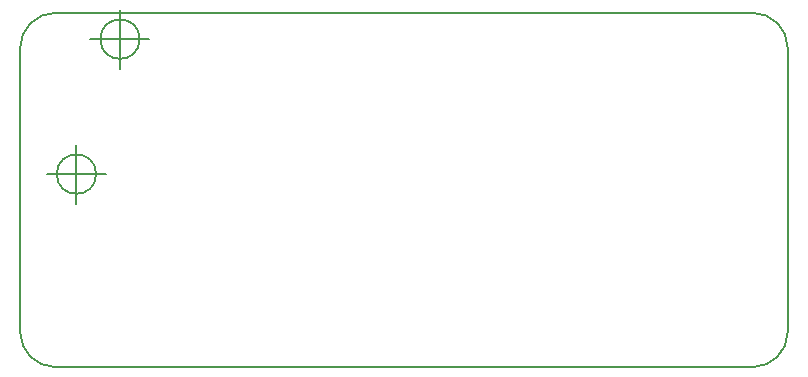
<source format=gm1>
G04 #@! TF.GenerationSoftware,KiCad,Pcbnew,(5.1.10-1-10_14)*
G04 #@! TF.CreationDate,2021-06-13T21:08:42+02:00*
G04 #@! TF.ProjectId,led_status_pcb_design,6c65645f-7374-4617-9475-735f7063625f,1.0*
G04 #@! TF.SameCoordinates,Original*
G04 #@! TF.FileFunction,Profile,NP*
%FSLAX46Y46*%
G04 Gerber Fmt 4.6, Leading zero omitted, Abs format (unit mm)*
G04 Created by KiCad (PCBNEW (5.1.10-1-10_14)) date 2021-06-13 21:08:42*
%MOMM*%
%LPD*%
G01*
G04 APERTURE LIST*
G04 #@! TA.AperFunction,Profile*
%ADD10C,0.150000*%
G04 #@! TD*
G04 APERTURE END LIST*
D10*
X127651666Y-93298000D02*
G75*
G03*
X127651666Y-93298000I-1666666J0D01*
G01*
X123485000Y-93298000D02*
X128485000Y-93298000D01*
X125985000Y-90798000D02*
X125985000Y-95798000D01*
X123968666Y-104728000D02*
G75*
G03*
X123968666Y-104728000I-1666666J0D01*
G01*
X119802000Y-104728000D02*
X124802000Y-104728000D01*
X122302000Y-102228000D02*
X122302000Y-107228000D01*
X121032000Y-121068000D02*
X120532000Y-121068000D01*
X179032000Y-121068000D02*
X179532000Y-121068000D01*
X182532000Y-94068000D02*
X182532000Y-118068000D01*
X120532000Y-91068000D02*
X179532000Y-91068000D01*
X117532000Y-118068000D02*
X117532000Y-94068000D01*
X117532000Y-94068000D02*
G75*
G02*
X120532000Y-91068000I3000000J0D01*
G01*
X120532000Y-121068000D02*
G75*
G02*
X117532000Y-118068000I0J3000000D01*
G01*
X182532000Y-118068000D02*
G75*
G02*
X179532000Y-121068000I-3000000J0D01*
G01*
X179532000Y-91068000D02*
G75*
G02*
X182532000Y-94068000I0J-3000000D01*
G01*
X121032000Y-121068000D02*
X179032000Y-121068000D01*
M02*

</source>
